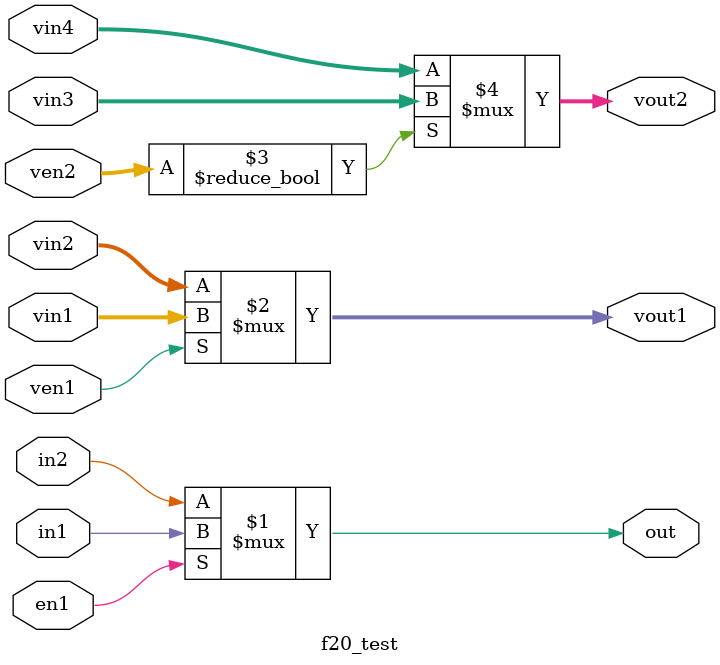
<source format=v>
module f20_test(in1, in2, out,  vin1, vin2, vin3, vin4, vout1, vout2, en1, ven1, ven2);
input in1, in2, en1, ven1;
input [1:0] ven2;
output out;
input [1:0] vin1,  vin2, vin3, vin4;
output [1:0] vout1, vout2;
assign out = en1 ? in1 : in2;
assign vout1 = ven1 ? vin1 : vin2;
assign vout2 = ven2 ? vin3 : vin4;
endmodule
</source>
